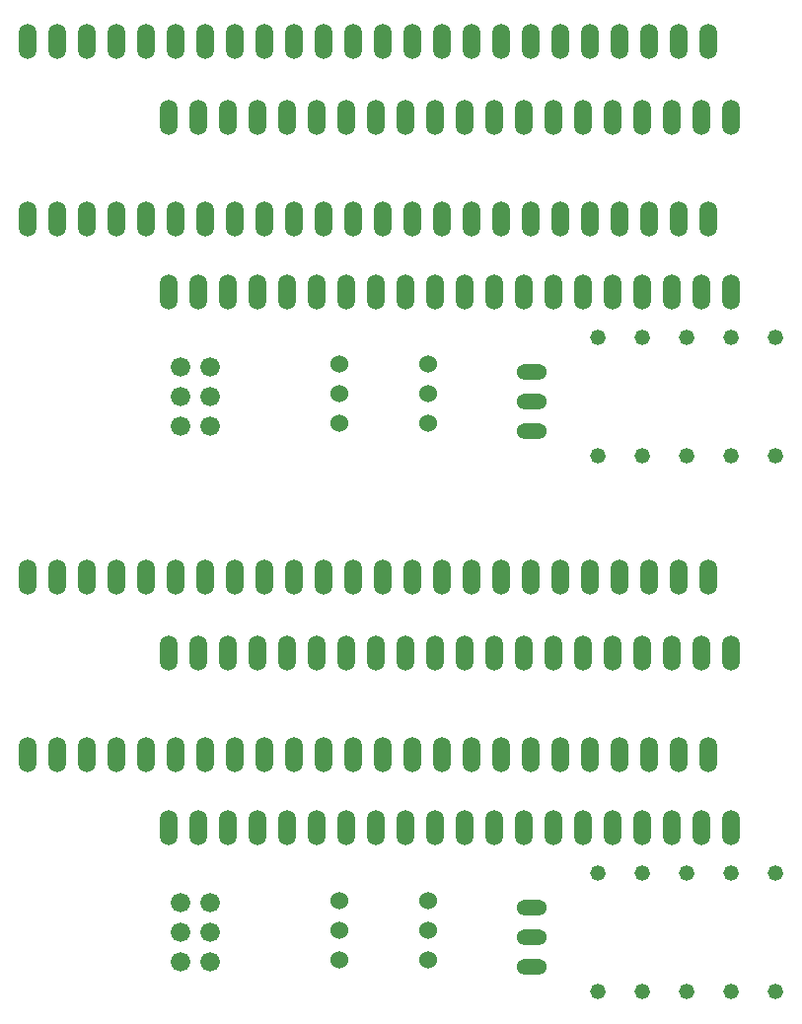
<source format=gbs>
%MOIN*%
%OFA0B0*%
%FSLAX46Y46*%
%IPPOS*%
%LPD*%
%ADD10C,0.060000000000000005*%
%ADD11O,0.10400000000000001X0.052000000000000005*%
%ADD12C,0.052000000000000005*%
%ADD13C,0.066*%
%ADD14O,0.0593X0.1187*%
%ADD25C,0.060000000000000005*%
%ADD26O,0.10400000000000001X0.052000000000000005*%
%ADD27C,0.052000000000000005*%
%ADD28C,0.066*%
%ADD29O,0.0593X0.1187*%
%LPD*%
D10*
X-0000196850Y0002322834D02*
X0001788149Y0000427834D03*
X0001788149Y0000527834D03*
X0001788149Y0000327834D03*
X0002088149Y0000327834D03*
X0002088149Y0000427834D03*
X0002088149Y0000527834D03*
D11*
X0002438149Y0000402834D03*
X0002438149Y0000502834D03*
X0002438149Y0000302834D03*
D12*
X0003259645Y0000618818D03*
X0003259645Y0000218818D03*
X0003109645Y0000618818D03*
X0003109645Y0000218818D03*
X0002959645Y0000618818D03*
X0002959645Y0000218818D03*
X0002809645Y0000218818D03*
X0002809645Y0000618818D03*
X0002659645Y0000618818D03*
X0002659645Y0000218818D03*
D13*
X0001249015Y0000318818D03*
X0001249015Y0000418818D03*
X0001249015Y0000518818D03*
X0001349015Y0000318818D03*
X0001349015Y0000418818D03*
X0001349015Y0000518818D03*
D14*
X0001209645Y0000773818D03*
X0001309645Y0000773818D03*
X0001409645Y0000773818D03*
X0001509645Y0000773818D03*
X0001609645Y0000773818D03*
X0001709645Y0000773818D03*
X0001809645Y0000773818D03*
X0001909645Y0000773818D03*
X0002009645Y0000773818D03*
X0002109645Y0000773818D03*
X0002209645Y0000773818D03*
X0002309645Y0000773818D03*
X0002409645Y0000773818D03*
X0002509645Y0000773818D03*
X0002609645Y0000773818D03*
X0002709645Y0000773818D03*
X0002809645Y0000773818D03*
X0002909645Y0000773818D03*
X0003009645Y0000773818D03*
X0003109645Y0000773818D03*
X0003109645Y0001363818D03*
X0003009645Y0001363818D03*
X0002909645Y0001363818D03*
X0002809645Y0001363818D03*
X0002709645Y0001363818D03*
X0002609645Y0001363818D03*
X0002509645Y0001363818D03*
X0002409645Y0001363818D03*
X0002309645Y0001363818D03*
X0002209645Y0001363818D03*
X0002109645Y0001363818D03*
X0002009645Y0001363818D03*
X0001909645Y0001363818D03*
X0001809645Y0001363818D03*
X0001709645Y0001363818D03*
X0001609645Y0001363818D03*
X0001509645Y0001363818D03*
X0001409645Y0001363818D03*
X0001309645Y0001363818D03*
X0001209645Y0001363818D03*
X0000734645Y0001018834D03*
X0000834645Y0001018834D03*
X0000934645Y0001018834D03*
X0001034645Y0001018834D03*
X0001134645Y0001018834D03*
X0001234645Y0001018834D03*
X0001334645Y0001018834D03*
X0001434645Y0001018834D03*
X0001534645Y0001018834D03*
X0001634645Y0001018834D03*
X0001734645Y0001018834D03*
X0001834645Y0001018834D03*
X0001934645Y0001018834D03*
X0002034645Y0001018834D03*
X0002134645Y0001018834D03*
X0002234645Y0001018834D03*
X0002334645Y0001018834D03*
X0002434645Y0001018834D03*
X0002534645Y0001018834D03*
X0002634645Y0001018834D03*
X0002734645Y0001018834D03*
X0002834645Y0001018834D03*
X0002934645Y0001018834D03*
X0003034645Y0001018834D03*
X0003034645Y0001618834D03*
X0002934645Y0001618834D03*
X0002834645Y0001618834D03*
X0002734645Y0001618834D03*
X0002634645Y0001618834D03*
X0002534645Y0001618834D03*
X0002434645Y0001618834D03*
X0002334645Y0001618834D03*
X0002234645Y0001618834D03*
X0002134645Y0001618834D03*
X0002034645Y0001618834D03*
X0001934645Y0001618834D03*
X0001834645Y0001618834D03*
X0001734645Y0001618834D03*
X0001634645Y0001618834D03*
X0001534645Y0001618834D03*
X0001434645Y0001618834D03*
X0001334645Y0001618834D03*
X0001234645Y0001618834D03*
X0001134645Y0001618834D03*
X0001034645Y0001618834D03*
X0000934645Y0001618834D03*
X0000834645Y0001618834D03*
X0000734645Y0001618834D03*
G04 next file*
%LPD*%
G04 #@! TF.GenerationSoftware,KiCad,Pcbnew,(5.1.2)-2*
G04 #@! TF.CreationDate,2019-08-03T14:41:18-04:00*
G04 #@! TF.ProjectId,27C160_Adapter,32374331-3630-45f4-9164-61707465722e,rev?*
G04 #@! TF.SameCoordinates,Original*
G04 #@! TF.FileFunction,Soldermask,Bot*
G04 #@! TF.FilePolarity,Negative*
G04 Gerber Fmt 4.6, Leading zero omitted, Abs format (unit mm)*
G04 Created by KiCad (PCBNEW (5.1.2)-2) date 2019-08-03 14:41:18*
G04 APERTURE LIST*
G04 APERTURE END LIST*
D25*
X-0000196850Y0004133858D02*
X0001788149Y0002238858D03*
X0001788149Y0002338858D03*
X0001788149Y0002138858D03*
X0002088149Y0002138858D03*
X0002088149Y0002238858D03*
X0002088149Y0002338858D03*
D26*
X0002438149Y0002213858D03*
X0002438149Y0002313858D03*
X0002438149Y0002113858D03*
D27*
X0003259645Y0002429842D03*
X0003259645Y0002029842D03*
X0003109645Y0002429842D03*
X0003109645Y0002029842D03*
X0002959645Y0002429842D03*
X0002959645Y0002029842D03*
X0002809645Y0002029842D03*
X0002809645Y0002429842D03*
X0002659645Y0002429842D03*
X0002659645Y0002029842D03*
D28*
X0001249015Y0002129842D03*
X0001249015Y0002229842D03*
X0001249015Y0002329842D03*
X0001349015Y0002129842D03*
X0001349015Y0002229842D03*
X0001349015Y0002329842D03*
D29*
X0001209645Y0002584842D03*
X0001309645Y0002584842D03*
X0001409645Y0002584842D03*
X0001509645Y0002584842D03*
X0001609645Y0002584842D03*
X0001709645Y0002584842D03*
X0001809645Y0002584842D03*
X0001909645Y0002584842D03*
X0002009645Y0002584842D03*
X0002109645Y0002584842D03*
X0002209645Y0002584842D03*
X0002309645Y0002584842D03*
X0002409645Y0002584842D03*
X0002509645Y0002584842D03*
X0002609645Y0002584842D03*
X0002709645Y0002584842D03*
X0002809645Y0002584842D03*
X0002909645Y0002584842D03*
X0003009645Y0002584842D03*
X0003109645Y0002584842D03*
X0003109645Y0003174842D03*
X0003009645Y0003174842D03*
X0002909645Y0003174842D03*
X0002809645Y0003174842D03*
X0002709645Y0003174842D03*
X0002609645Y0003174842D03*
X0002509645Y0003174842D03*
X0002409645Y0003174842D03*
X0002309645Y0003174842D03*
X0002209645Y0003174842D03*
X0002109645Y0003174842D03*
X0002009645Y0003174842D03*
X0001909645Y0003174842D03*
X0001809645Y0003174842D03*
X0001709645Y0003174842D03*
X0001609645Y0003174842D03*
X0001509645Y0003174842D03*
X0001409645Y0003174842D03*
X0001309645Y0003174842D03*
X0001209645Y0003174842D03*
X0000734645Y0002829858D03*
X0000834645Y0002829858D03*
X0000934645Y0002829858D03*
X0001034645Y0002829858D03*
X0001134645Y0002829858D03*
X0001234645Y0002829858D03*
X0001334645Y0002829858D03*
X0001434645Y0002829858D03*
X0001534645Y0002829858D03*
X0001634645Y0002829858D03*
X0001734645Y0002829858D03*
X0001834645Y0002829858D03*
X0001934645Y0002829858D03*
X0002034645Y0002829858D03*
X0002134645Y0002829858D03*
X0002234645Y0002829858D03*
X0002334645Y0002829858D03*
X0002434645Y0002829858D03*
X0002534645Y0002829858D03*
X0002634645Y0002829858D03*
X0002734645Y0002829858D03*
X0002834645Y0002829858D03*
X0002934645Y0002829858D03*
X0003034645Y0002829858D03*
X0003034645Y0003429858D03*
X0002934645Y0003429858D03*
X0002834645Y0003429858D03*
X0002734645Y0003429858D03*
X0002634645Y0003429858D03*
X0002534645Y0003429858D03*
X0002434645Y0003429858D03*
X0002334645Y0003429858D03*
X0002234645Y0003429858D03*
X0002134645Y0003429858D03*
X0002034645Y0003429858D03*
X0001934645Y0003429858D03*
X0001834645Y0003429858D03*
X0001734645Y0003429858D03*
X0001634645Y0003429858D03*
X0001534645Y0003429858D03*
X0001434645Y0003429858D03*
X0001334645Y0003429858D03*
X0001234645Y0003429858D03*
X0001134645Y0003429858D03*
X0001034645Y0003429858D03*
X0000934645Y0003429858D03*
X0000834645Y0003429858D03*
X0000734645Y0003429858D03*
M02*
</source>
